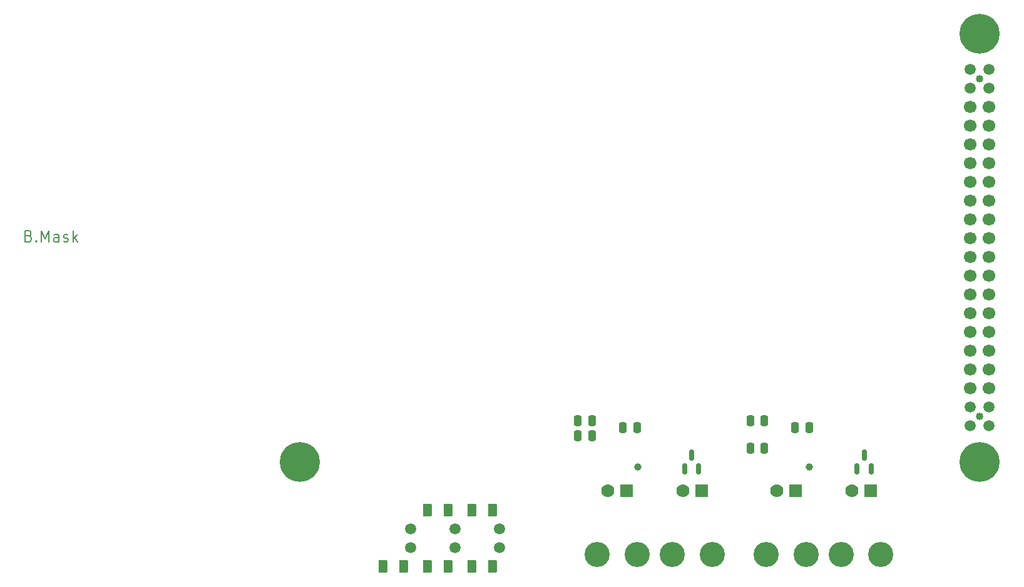
<source format=gbr>
%TF.GenerationSoftware,KiCad,Pcbnew,9.0.1-9.0.1-0~ubuntu24.04.1*%
%TF.CreationDate,2025-04-26T12:20:14-07:00*%
%TF.ProjectId,NX-IndicatorBoard,4e582d49-6e64-4696-9361-746f72426f61,1*%
%TF.SameCoordinates,Original*%
%TF.FileFunction,Soldermask,Bot*%
%TF.FilePolarity,Negative*%
%FSLAX46Y46*%
G04 Gerber Fmt 4.6, Leading zero omitted, Abs format (unit mm)*
G04 Created by KiCad (PCBNEW 9.0.1-9.0.1-0~ubuntu24.04.1) date 2025-04-26 12:20:14*
%MOMM*%
%LPD*%
G01*
G04 APERTURE LIST*
G04 Aperture macros list*
%AMRoundRect*
0 Rectangle with rounded corners*
0 $1 Rounding radius*
0 $2 $3 $4 $5 $6 $7 $8 $9 X,Y pos of 4 corners*
0 Add a 4 corners polygon primitive as box body*
4,1,4,$2,$3,$4,$5,$6,$7,$8,$9,$2,$3,0*
0 Add four circle primitives for the rounded corners*
1,1,$1+$1,$2,$3*
1,1,$1+$1,$4,$5*
1,1,$1+$1,$6,$7*
1,1,$1+$1,$8,$9*
0 Add four rect primitives between the rounded corners*
20,1,$1+$1,$2,$3,$4,$5,0*
20,1,$1+$1,$4,$5,$6,$7,0*
20,1,$1+$1,$6,$7,$8,$9,0*
20,1,$1+$1,$8,$9,$2,$3,0*%
G04 Aperture macros list end*
%ADD10C,0.187500*%
%ADD11C,1.000000*%
%ADD12C,1.020000*%
%ADD13C,1.500000*%
%ADD14C,1.700000*%
%ADD15C,3.400000*%
%ADD16R,1.778000X1.778000*%
%ADD17C,1.778000*%
%ADD18C,5.400000*%
%ADD19RoundRect,0.250000X-0.250000X-0.475000X0.250000X-0.475000X0.250000X0.475000X-0.250000X0.475000X0*%
%ADD20RoundRect,0.250000X-0.375000X-0.625000X0.375000X-0.625000X0.375000X0.625000X-0.375000X0.625000X0*%
%ADD21RoundRect,0.150000X0.150000X-0.587500X0.150000X0.587500X-0.150000X0.587500X-0.150000X-0.587500X0*%
G04 APERTURE END LIST*
D10*
X29377697Y-78395964D02*
X29591983Y-78467392D01*
X29591983Y-78467392D02*
X29663412Y-78538821D01*
X29663412Y-78538821D02*
X29734840Y-78681678D01*
X29734840Y-78681678D02*
X29734840Y-78895964D01*
X29734840Y-78895964D02*
X29663412Y-79038821D01*
X29663412Y-79038821D02*
X29591983Y-79110250D01*
X29591983Y-79110250D02*
X29449126Y-79181678D01*
X29449126Y-79181678D02*
X28877697Y-79181678D01*
X28877697Y-79181678D02*
X28877697Y-77681678D01*
X28877697Y-77681678D02*
X29377697Y-77681678D01*
X29377697Y-77681678D02*
X29520555Y-77753107D01*
X29520555Y-77753107D02*
X29591983Y-77824535D01*
X29591983Y-77824535D02*
X29663412Y-77967392D01*
X29663412Y-77967392D02*
X29663412Y-78110250D01*
X29663412Y-78110250D02*
X29591983Y-78253107D01*
X29591983Y-78253107D02*
X29520555Y-78324535D01*
X29520555Y-78324535D02*
X29377697Y-78395964D01*
X29377697Y-78395964D02*
X28877697Y-78395964D01*
X30377697Y-79038821D02*
X30449126Y-79110250D01*
X30449126Y-79110250D02*
X30377697Y-79181678D01*
X30377697Y-79181678D02*
X30306269Y-79110250D01*
X30306269Y-79110250D02*
X30377697Y-79038821D01*
X30377697Y-79038821D02*
X30377697Y-79181678D01*
X31091983Y-79181678D02*
X31091983Y-77681678D01*
X31091983Y-77681678D02*
X31591983Y-78753107D01*
X31591983Y-78753107D02*
X32091983Y-77681678D01*
X32091983Y-77681678D02*
X32091983Y-79181678D01*
X33449127Y-79181678D02*
X33449127Y-78395964D01*
X33449127Y-78395964D02*
X33377698Y-78253107D01*
X33377698Y-78253107D02*
X33234841Y-78181678D01*
X33234841Y-78181678D02*
X32949127Y-78181678D01*
X32949127Y-78181678D02*
X32806269Y-78253107D01*
X33449127Y-79110250D02*
X33306269Y-79181678D01*
X33306269Y-79181678D02*
X32949127Y-79181678D01*
X32949127Y-79181678D02*
X32806269Y-79110250D01*
X32806269Y-79110250D02*
X32734841Y-78967392D01*
X32734841Y-78967392D02*
X32734841Y-78824535D01*
X32734841Y-78824535D02*
X32806269Y-78681678D01*
X32806269Y-78681678D02*
X32949127Y-78610250D01*
X32949127Y-78610250D02*
X33306269Y-78610250D01*
X33306269Y-78610250D02*
X33449127Y-78538821D01*
X34091984Y-79110250D02*
X34234841Y-79181678D01*
X34234841Y-79181678D02*
X34520555Y-79181678D01*
X34520555Y-79181678D02*
X34663412Y-79110250D01*
X34663412Y-79110250D02*
X34734841Y-78967392D01*
X34734841Y-78967392D02*
X34734841Y-78895964D01*
X34734841Y-78895964D02*
X34663412Y-78753107D01*
X34663412Y-78753107D02*
X34520555Y-78681678D01*
X34520555Y-78681678D02*
X34306270Y-78681678D01*
X34306270Y-78681678D02*
X34163412Y-78610250D01*
X34163412Y-78610250D02*
X34091984Y-78467392D01*
X34091984Y-78467392D02*
X34091984Y-78395964D01*
X34091984Y-78395964D02*
X34163412Y-78253107D01*
X34163412Y-78253107D02*
X34306270Y-78181678D01*
X34306270Y-78181678D02*
X34520555Y-78181678D01*
X34520555Y-78181678D02*
X34663412Y-78253107D01*
X35377698Y-79181678D02*
X35377698Y-77681678D01*
X35520556Y-78610250D02*
X35949127Y-79181678D01*
X35949127Y-78181678D02*
X35377698Y-78753107D01*
D11*
%TO.C,TP1*%
X111734600Y-109702600D03*
%TD*%
D12*
%TO.C,J5*%
X158000000Y-102860000D03*
X158000000Y-57140000D03*
D13*
X159270000Y-104130000D03*
X156730000Y-104130000D03*
X159270000Y-101590000D03*
X156730000Y-101590000D03*
D14*
X159270000Y-99050000D03*
X156730000Y-99050000D03*
X159270000Y-96510000D03*
X156730000Y-96510000D03*
X159270000Y-93970000D03*
X156730000Y-93970000D03*
X159270000Y-91430000D03*
X156730000Y-91430000D03*
X159270000Y-88890000D03*
X156730000Y-88890000D03*
X159270000Y-86350000D03*
X156730000Y-86350000D03*
X159270000Y-83810000D03*
X156730000Y-83810000D03*
X159270000Y-81270000D03*
X156730000Y-81270000D03*
X159270000Y-78730000D03*
X156730000Y-78730000D03*
X159270000Y-76190000D03*
X156730000Y-76190000D03*
X159270000Y-73650000D03*
X156730000Y-73650000D03*
X159270000Y-71110000D03*
X156730000Y-71110000D03*
X159270000Y-68570000D03*
X156730000Y-68570000D03*
X159270000Y-66030000D03*
X156730000Y-66030000D03*
X159270000Y-63490000D03*
X156730000Y-63490000D03*
X159270000Y-60950000D03*
X156730000Y-60950000D03*
D13*
X159270000Y-58410000D03*
X156730000Y-58410000D03*
X159270000Y-55870000D03*
X156730000Y-55870000D03*
%TD*%
D15*
%TO.C,J1*%
X111636000Y-121543000D03*
X106296000Y-121543000D03*
D16*
X110236000Y-112903000D03*
D17*
X107696000Y-112903000D03*
%TD*%
D11*
%TO.C,TP2*%
X135001000Y-109677200D03*
%TD*%
D18*
%TO.C,H2*%
X158000000Y-51000000D03*
%TD*%
D15*
%TO.C,J4*%
X144630600Y-121543000D03*
X139290600Y-121543000D03*
D16*
X143230600Y-112903000D03*
D17*
X140690600Y-112903000D03*
%TD*%
D18*
%TO.C,H1*%
X66000000Y-109000000D03*
%TD*%
%TO.C,H3*%
X158000000Y-109000000D03*
%TD*%
D15*
%TO.C,J2*%
X121796000Y-121543000D03*
X116456000Y-121543000D03*
D16*
X120396000Y-112903000D03*
D17*
X117856000Y-112903000D03*
%TD*%
D15*
%TO.C,J3*%
X134496000Y-121543000D03*
X129156000Y-121543000D03*
D16*
X133096000Y-112903000D03*
D17*
X130556000Y-112903000D03*
%TD*%
D19*
%TO.C,C5*%
X126964400Y-107137200D03*
X128864400Y-107137200D03*
%TD*%
D20*
%TO.C,D6*%
X83321000Y-123180000D03*
X86121000Y-123180000D03*
%TD*%
D13*
%TO.C,LP2*%
X87046000Y-120640220D03*
X87046000Y-118100220D03*
%TD*%
D19*
%TO.C,C6*%
X109743200Y-104394000D03*
X111643200Y-104394000D03*
%TD*%
%TO.C,C8*%
X103672600Y-105435400D03*
X105572600Y-105435400D03*
%TD*%
D21*
%TO.C,D1*%
X143331100Y-109954300D03*
X141431100Y-109954300D03*
X142381100Y-108079300D03*
%TD*%
D19*
%TO.C,C3*%
X133035000Y-104394000D03*
X134935000Y-104394000D03*
%TD*%
D13*
%TO.C,LP3*%
X81046000Y-120640220D03*
X81046000Y-118100220D03*
%TD*%
D20*
%TO.C,D5*%
X83321000Y-115560000D03*
X86121000Y-115560000D03*
%TD*%
%TO.C,D4*%
X89321000Y-123180000D03*
X92121000Y-123180000D03*
%TD*%
%TO.C,D7*%
X77321000Y-123180000D03*
X80121000Y-123180000D03*
%TD*%
D19*
%TO.C,C4*%
X126964400Y-103403400D03*
X128864400Y-103403400D03*
%TD*%
%TO.C,C7*%
X103672600Y-103403400D03*
X105572600Y-103403400D03*
%TD*%
D21*
%TO.C,D2*%
X119988500Y-109954300D03*
X118088500Y-109954300D03*
X119038500Y-108079300D03*
%TD*%
D13*
%TO.C,LP1*%
X93046000Y-120640220D03*
X93046000Y-118100220D03*
%TD*%
D20*
%TO.C,D3*%
X89321000Y-115560000D03*
X92121000Y-115560000D03*
%TD*%
M02*

</source>
